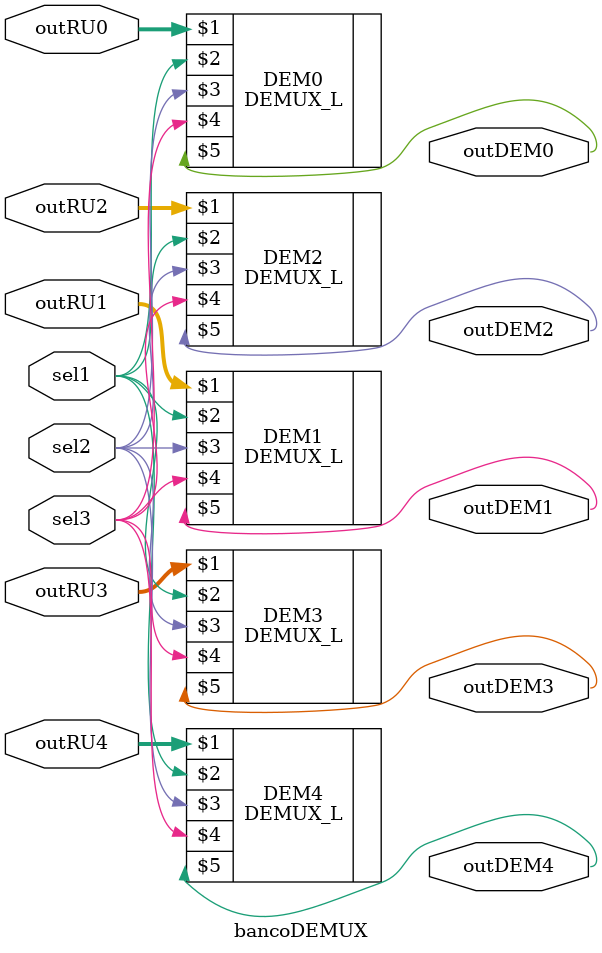
<source format=v>
module bancoDEMUX(sel1, sel2, sel3, outRU0, outRU1, outRU2, outRU3, outRU4, outDEM0, outDEM1, outDEM2, outDEM3, outDEM4);
	input sel1, sel2, sel3;
	input [6:0] outRU0, outRU1, outRU2, outRU3, outRU4;
	output outDEM0, outDEM1, outDEM2, outDEM3, outDEM4;
	
	DEMUX_L DEM0(outRU0, sel1, sel2, sel3, outDEM0);
	DEMUX_L DEM1(outRU1, sel1, sel2, sel3, outDEM1);
	DEMUX_L DEM2(outRU2, sel1, sel2, sel3, outDEM2);
	DEMUX_L DEM3(outRU3, sel1, sel2, sel3, outDEM3);
	DEMUX_L DEM4(outRU4, sel1, sel2, sel3, outDEM4);

endmodule

</source>
